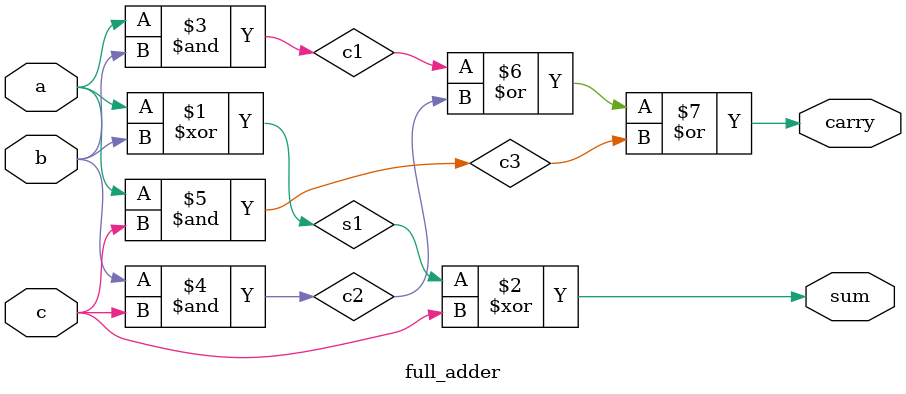
<source format=v>
module full_adder(input a,b,c,output sum,carry);
    wire s1,c1,c2,c3;
    xor(s1,a,b);
    xor(sum,s1,c);
    and(c1,a,b);
    and(c2,b,c);
    and(c3,a,c);
    or(carry,c1,c2,c3);

endmodule

</source>
